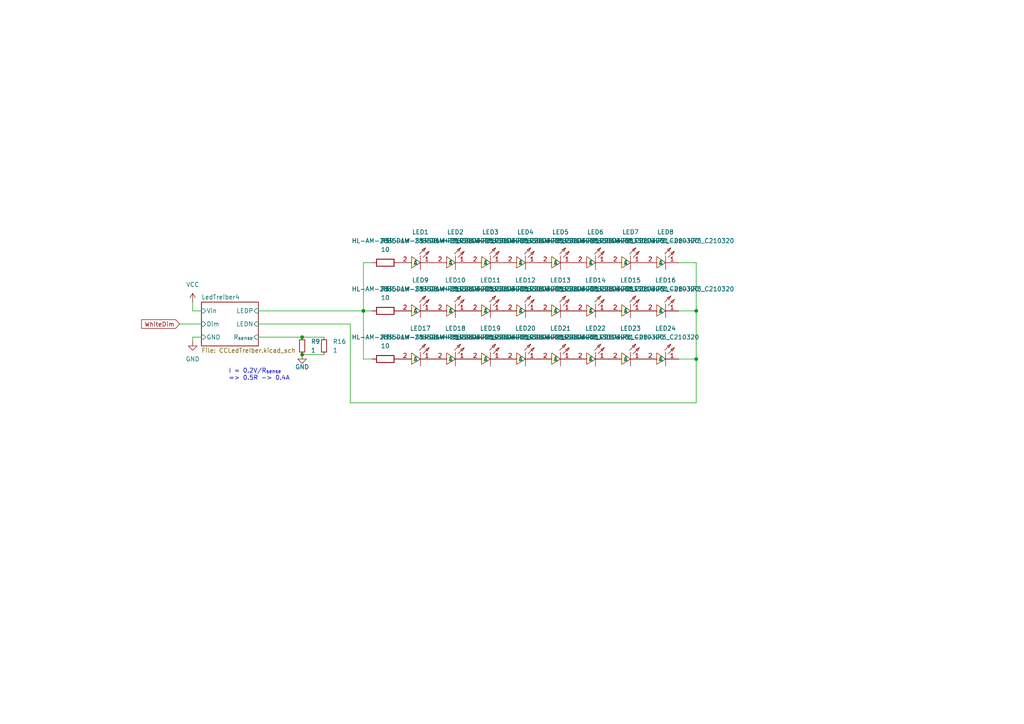
<source format=kicad_sch>
(kicad_sch (version 20231120) (generator "eeschema") (generator_version "8.0")
  (paper "A4")
  (lib_symbols
    (symbol "Device:R" (pin_numbers hide) (pin_names (offset 0))
      (property "Reference" "R" (at 2.032 0 90))
      (property "Value" "R" (at 0 0 90))
      (symbol "R_0_1"
        (rectangle (start -1.016 -2.54) (end 1.016 2.54) (stroke (width 0.254)))
      )
      (symbol "R_1_1"
        (pin passive line (at 0 3.81 270) (length 1.27) (name "~") (number "1"))
        (pin passive line (at 0 -3.81 90) (length 1.27) (name "~") (number "2"))
      )
    )
    (symbol "Device:R_Small" (pin_numbers hide) (pin_names (offset 0.254) hide)
      (property "Reference" "R" (at 0.762 0.508 0))
      (property "Value" "R_Small" (at 0.762 -1.016 0))
      (symbol "R_Small_0_1"
        (rectangle (start -0.762 1.778) (end 0.762 -1.778) (stroke (width 0.2032)))
      )
      (symbol "R_Small_1_1"
        (pin passive line (at 0 2.54 270) (length 0.762) (name "~") (number "1"))
        (pin passive line (at 0 -2.54 90) (length 0.762) (name "~") (number "2"))
      )
    )
    (symbol "LCSC:HL-AM-2835D1W-S1-08-HR3_C210320"
      (property "Reference" "LED" (at 0 5.08 0))
      (property "Value" "HL-AM-2835D1W-S1-08-HR3_C210320" (at 0 -5.08 0))
      (symbol "HL-AM-2835D1W-S1-08-HR3_C210320_0_1"
        (polyline (pts (xy -2.03 -1.52) (xy -3.81 -3.3)))
        (polyline (pts (xy -1.27 -2.03) (xy -1.27 2.03)))
        (polyline (pts (xy -1.02 -2.54) (xy -2.79 -4.32)))
        (polyline (pts (xy -3.81 -3.3) (xy -2.79 -2.79) (xy -3.3 -2.29) (xy -3.81 -3.3)) (fill (type background)))
        (polyline (pts (xy -2.79 -4.32) (xy -1.78 -3.81) (xy -2.29 -3.3) (xy -2.79 -4.32)) (fill (type background)))
        (polyline (pts (xy 1.27 1.52) (xy -1.27 0) (xy 1.27 -1.78) (xy 1.27 1.52)) (fill (type background)))
        (pin unspecified line (at -5.08 0 0) (length 3.81) (name "C") (number "1"))
        (pin unspecified line (at 5.08 0 180) (length 3.81) (name "A") (number "2"))
      )
    )
    (symbol "power:GND" (power) (pin_names (offset 0))
      (property "Value" "GND" (at 0 -3.81 0))
      (symbol "GND_0_1"
        (polyline (pts (xy 0 0) (xy 0 -1.27) (xy 1.27 -1.27) (xy 0 -2.54) (xy -1.27 -1.27) (xy 0 -1.27)))
      )
      (symbol "GND_1_1"
        (pin power_in line (at 0 0 270) (length 0) hide (name "GND") (number "1"))
      )
    )
    (symbol "power:VCC" (power) (pin_numbers hide) (pin_names (offset 0) hide)
      (property "Value" "VCC" (at 0 3.556 0))
      (symbol "VCC_0_1"
        (polyline (pts (xy -0.762 1.27) (xy 0 2.54)))
        (polyline (pts (xy 0 0) (xy 0 2.54)))
        (polyline (pts (xy 0 2.54) (xy 0.762 1.27)))
      )
      (symbol "VCC_1_1"
        (pin power_in line (at 0 0 90) (length 0) (name "~") (number "1"))
      )
    )
  )
  (junction (at 105.41 90.17))
  (junction (at 201.93 104.14))
  (junction (at 201.93 90.17))
  (junction (at 87.63 102.87))
  (junction (at 87.63 97.79))
  (wire (pts (xy 55.88 90.17) (xy 58.42 90.17)))
  (wire (pts (xy 101.6 116.84) (xy 201.93 116.84)))
  (wire (pts (xy 52.07 93.98) (xy 58.42 93.98)))
  (wire (pts (xy 196.85 76.2) (xy 201.93 76.2)))
  (wire (pts (xy 87.63 97.79) (xy 93.98 97.79)))
  (wire (pts (xy 55.88 87.63) (xy 55.88 90.17)))
  (wire (pts (xy 74.93 93.98) (xy 101.6 93.98)))
  (wire (pts (xy 196.85 104.14) (xy 201.93 104.14)))
  (wire (pts (xy 201.93 76.2) (xy 201.93 90.17)))
  (wire (pts (xy 105.41 76.2) (xy 107.95 76.2)))
  (wire (pts (xy 101.6 93.98) (xy 101.6 116.84)))
  (wire (pts (xy 105.41 90.17) (xy 107.95 90.17)))
  (wire (pts (xy 74.93 90.17) (xy 105.41 90.17)))
  (wire (pts (xy 87.63 102.87) (xy 93.98 102.87)))
  (wire (pts (xy 201.93 104.14) (xy 201.93 90.17)))
  (wire (pts (xy 55.88 97.79) (xy 55.88 99.06)))
  (wire (pts (xy 105.41 104.14) (xy 107.95 104.14)))
  (wire (pts (xy 201.93 90.17) (xy 196.85 90.17)))
  (wire (pts (xy 105.41 90.17) (xy 105.41 104.14)))
  (wire (pts (xy 58.42 97.79) (xy 55.88 97.79)))
  (wire (pts (xy 201.93 116.84) (xy 201.93 104.14)))
  (wire (pts (xy 74.93 97.79) (xy 87.63 97.79)))
  (wire (pts (xy 105.41 76.2) (xy 105.41 90.17)))
  (text "I = 0.2V/R_{sense}\n=> 0.5R -> 0.4A" (at 66.294 108.712 0) (effects (font (size 1.27 1.27)) (justify left)))
  (global_label "WhiteDim" (shape input) (at 52.07 93.98 180) (property "Intersheetrefs" "${INTERSHEET_REFS}" (effects (hide yes))))
  (symbol (lib_id "LCSC:HL-AM-2835D1W-S1-08-HR3_C210320") (at 130.81 90.17 180) (unit 1)
    (property "Reference" "LED10" (at 132.08 81.28 0))
    (property "Value" "HL-AM-2835D1W-S1-08-HR3_C210320" (at 132.08 83.82 0))
    (property "Footprint" "LCSC:LED-SMD_L3.3-W2.8-RD" (effects (hide yes)))
    (property "Datasheet" "https://lcsc.com/product-detail/Light-Emitting-Diodes-LED_Hongli-Zhihui-HONGLITRONIC-HL-AM-2835D1W-S1-08-HR3-Color-temperature2800-3100K_C210320.html" (effects (hide yes)))
    (property "LCSC Part" "C210320" (effects (hide yes)))
  )
  (symbol (lib_id "LCSC:HL-AM-2835D1W-S1-08-HR3_C210320") (at 140.97 76.2 180) (unit 1)
    (property "Reference" "LED3" (at 142.24 67.31 0))
    (property "Value" "HL-AM-2835D1W-S1-08-HR3_C210320" (at 142.24 69.85 0))
    (property "Footprint" "LCSC:LED-SMD_L3.3-W2.8-RD" (effects (hide yes)))
    (property "Datasheet" "https://lcsc.com/product-detail/Light-Emitting-Diodes-LED_Hongli-Zhihui-HONGLITRONIC-HL-AM-2835D1W-S1-08-HR3-Color-temperature2800-3100K_C210320.html" (effects (hide yes)))
    (property "LCSC Part" "C210320" (effects (hide yes)))
  )
  (symbol (lib_id "LCSC:HL-AM-2835D1W-S1-08-HR3_C210320") (at 120.65 90.17 180) (unit 1)
    (property "Reference" "LED9" (at 121.92 81.28 0))
    (property "Value" "HL-AM-2835D1W-S1-08-HR3_C210320" (at 121.92 83.82 0))
    (property "Footprint" "LCSC:LED-SMD_L3.3-W2.8-RD" (effects (hide yes)))
    (property "Datasheet" "https://lcsc.com/product-detail/Light-Emitting-Diodes-LED_Hongli-Zhihui-HONGLITRONIC-HL-AM-2835D1W-S1-08-HR3-Color-temperature2800-3100K_C210320.html" (effects (hide yes)))
    (property "LCSC Part" "C210320" (effects (hide yes)))
  )
  (symbol (lib_id "LCSC:HL-AM-2835D1W-S1-08-HR3_C210320") (at 120.65 76.2 180) (unit 1)
    (property "Reference" "LED1" (at 121.92 67.31 0))
    (property "Value" "HL-AM-2835D1W-S1-08-HR3_C210320" (at 121.92 69.85 0))
    (property "Footprint" "LCSC:LED-SMD_L3.3-W2.8-RD" (effects (hide yes)))
    (property "Datasheet" "https://lcsc.com/product-detail/Light-Emitting-Diodes-LED_Hongli-Zhihui-HONGLITRONIC-HL-AM-2835D1W-S1-08-HR3-Color-temperature2800-3100K_C210320.html" (effects (hide yes)))
    (property "LCSC Part" "C210320" (effects (hide yes)))
  )
  (symbol (lib_id "LCSC:HL-AM-2835D1W-S1-08-HR3_C210320") (at 181.61 104.14 180) (unit 1)
    (property "Reference" "LED23" (at 182.88 95.25 0))
    (property "Value" "HL-AM-2835D1W-S1-08-HR3_C210320" (at 182.88 97.79 0))
    (property "Footprint" "LCSC:LED-SMD_L3.3-W2.8-RD" (effects (hide yes)))
    (property "Datasheet" "https://lcsc.com/product-detail/Light-Emitting-Diodes-LED_Hongli-Zhihui-HONGLITRONIC-HL-AM-2835D1W-S1-08-HR3-Color-temperature2800-3100K_C210320.html" (effects (hide yes)))
    (property "LCSC Part" "C210320" (effects (hide yes)))
  )
  (symbol (lib_id "LCSC:HL-AM-2835D1W-S1-08-HR3_C210320") (at 130.81 76.2 180) (unit 1)
    (property "Reference" "LED2" (at 132.08 67.31 0))
    (property "Value" "HL-AM-2835D1W-S1-08-HR3_C210320" (at 132.08 69.85 0))
    (property "Footprint" "LCSC:LED-SMD_L3.3-W2.8-RD" (effects (hide yes)))
    (property "Datasheet" "https://lcsc.com/product-detail/Light-Emitting-Diodes-LED_Hongli-Zhihui-HONGLITRONIC-HL-AM-2835D1W-S1-08-HR3-Color-temperature2800-3100K_C210320.html" (effects (hide yes)))
    (property "LCSC Part" "C210320" (effects (hide yes)))
  )
  (symbol (lib_id "LCSC:HL-AM-2835D1W-S1-08-HR3_C210320") (at 181.61 90.17 180) (unit 1)
    (property "Reference" "LED15" (at 182.88 81.28 0))
    (property "Value" "HL-AM-2835D1W-S1-08-HR3_C210320" (at 182.88 83.82 0))
    (property "Footprint" "LCSC:LED-SMD_L3.3-W2.8-RD" (effects (hide yes)))
    (property "Datasheet" "https://lcsc.com/product-detail/Light-Emitting-Diodes-LED_Hongli-Zhihui-HONGLITRONIC-HL-AM-2835D1W-S1-08-HR3-Color-temperature2800-3100K_C210320.html" (effects (hide yes)))
    (property "LCSC Part" "C210320" (effects (hide yes)))
  )
  (symbol (lib_id "Device:R") (at 111.76 90.17 90) (unit 1)
    (property "Reference" "R6" (at 111.76 83.82 90))
    (property "Value" "10" (at 111.76 86.36 90))
    (property "Footprint" "Resistor_SMD:R_0805_2012Metric" (effects (hide yes)))
    (property "Description" "Resistor" (effects (hide yes)))
  )
  (symbol (lib_id "LCSC:HL-AM-2835D1W-S1-08-HR3_C210320") (at 161.29 90.17 180) (unit 1)
    (property "Reference" "LED13" (at 162.56 81.28 0))
    (property "Value" "HL-AM-2835D1W-S1-08-HR3_C210320" (at 162.56 83.82 0))
    (property "Footprint" "LCSC:LED-SMD_L3.3-W2.8-RD" (effects (hide yes)))
    (property "Datasheet" "https://lcsc.com/product-detail/Light-Emitting-Diodes-LED_Hongli-Zhihui-HONGLITRONIC-HL-AM-2835D1W-S1-08-HR3-Color-temperature2800-3100K_C210320.html" (effects (hide yes)))
    (property "LCSC Part" "C210320" (effects (hide yes)))
  )
  (symbol (lib_id "LCSC:HL-AM-2835D1W-S1-08-HR3_C210320") (at 161.29 104.14 180) (unit 1)
    (property "Reference" "LED21" (at 162.56 95.25 0))
    (property "Value" "HL-AM-2835D1W-S1-08-HR3_C210320" (at 162.56 97.79 0))
    (property "Footprint" "LCSC:LED-SMD_L3.3-W2.8-RD" (effects (hide yes)))
    (property "Datasheet" "https://lcsc.com/product-detail/Light-Emitting-Diodes-LED_Hongli-Zhihui-HONGLITRONIC-HL-AM-2835D1W-S1-08-HR3-Color-temperature2800-3100K_C210320.html" (effects (hide yes)))
    (property "LCSC Part" "C210320" (effects (hide yes)))
  )
  (symbol (lib_id "LCSC:HL-AM-2835D1W-S1-08-HR3_C210320") (at 161.29 76.2 180) (unit 1)
    (property "Reference" "LED5" (at 162.56 67.31 0))
    (property "Value" "HL-AM-2835D1W-S1-08-HR3_C210320" (at 162.56 69.85 0))
    (property "Footprint" "LCSC:LED-SMD_L3.3-W2.8-RD" (effects (hide yes)))
    (property "Datasheet" "https://lcsc.com/product-detail/Light-Emitting-Diodes-LED_Hongli-Zhihui-HONGLITRONIC-HL-AM-2835D1W-S1-08-HR3-Color-temperature2800-3100K_C210320.html" (effects (hide yes)))
    (property "LCSC Part" "C210320" (effects (hide yes)))
  )
  (symbol (lib_id "LCSC:HL-AM-2835D1W-S1-08-HR3_C210320") (at 171.45 104.14 180) (unit 1)
    (property "Reference" "LED22" (at 172.72 95.25 0))
    (property "Value" "HL-AM-2835D1W-S1-08-HR3_C210320" (at 172.72 97.79 0))
    (property "Footprint" "LCSC:LED-SMD_L3.3-W2.8-RD" (effects (hide yes)))
    (property "Datasheet" "https://lcsc.com/product-detail/Light-Emitting-Diodes-LED_Hongli-Zhihui-HONGLITRONIC-HL-AM-2835D1W-S1-08-HR3-Color-temperature2800-3100K_C210320.html" (effects (hide yes)))
    (property "LCSC Part" "C210320" (effects (hide yes)))
  )
  (symbol (lib_id "power:VCC") (at 55.88 87.63 0) (unit 1)
    (property "Reference" "#PWR021" (effects (hide yes)))
    (property "Value" "VCC" (at 55.88 82.55 0))
    (property "Description" "Power symbol creates a global label with name \"VCC\"" (effects (hide yes)))
  )
  (symbol (lib_id "LCSC:HL-AM-2835D1W-S1-08-HR3_C210320") (at 140.97 90.17 180) (unit 1)
    (property "Reference" "LED11" (at 142.24 81.28 0))
    (property "Value" "HL-AM-2835D1W-S1-08-HR3_C210320" (at 142.24 83.82 0))
    (property "Footprint" "LCSC:LED-SMD_L3.3-W2.8-RD" (effects (hide yes)))
    (property "Datasheet" "https://lcsc.com/product-detail/Light-Emitting-Diodes-LED_Hongli-Zhihui-HONGLITRONIC-HL-AM-2835D1W-S1-08-HR3-Color-temperature2800-3100K_C210320.html" (effects (hide yes)))
    (property "LCSC Part" "C210320" (effects (hide yes)))
  )
  (symbol (lib_id "LCSC:HL-AM-2835D1W-S1-08-HR3_C210320") (at 151.13 104.14 180) (unit 1)
    (property "Reference" "LED20" (at 152.4 95.25 0))
    (property "Value" "HL-AM-2835D1W-S1-08-HR3_C210320" (at 152.4 97.79 0))
    (property "Footprint" "LCSC:LED-SMD_L3.3-W2.8-RD" (effects (hide yes)))
    (property "Datasheet" "https://lcsc.com/product-detail/Light-Emitting-Diodes-LED_Hongli-Zhihui-HONGLITRONIC-HL-AM-2835D1W-S1-08-HR3-Color-temperature2800-3100K_C210320.html" (effects (hide yes)))
    (property "LCSC Part" "C210320" (effects (hide yes)))
  )
  (symbol (lib_id "LCSC:HL-AM-2835D1W-S1-08-HR3_C210320") (at 171.45 76.2 180) (unit 1)
    (property "Reference" "LED6" (at 172.72 67.31 0))
    (property "Value" "HL-AM-2835D1W-S1-08-HR3_C210320" (at 172.72 69.85 0))
    (property "Footprint" "LCSC:LED-SMD_L3.3-W2.8-RD" (effects (hide yes)))
    (property "Datasheet" "https://lcsc.com/product-detail/Light-Emitting-Diodes-LED_Hongli-Zhihui-HONGLITRONIC-HL-AM-2835D1W-S1-08-HR3-Color-temperature2800-3100K_C210320.html" (effects (hide yes)))
    (property "LCSC Part" "C210320" (effects (hide yes)))
  )
  (symbol (lib_id "Device:R_Small") (at 87.63 100.33 0) (unit 1)
    (property "Reference" "R9" (at 90.17 99.0599 0) (effects (justify left)))
    (property "Value" "1" (at 90.17 101.5999 0) (effects (justify left)))
    (property "Footprint" "Resistor_SMD:R_0805_2012Metric" (effects (hide yes)))
    (property "Description" "Resistor, small symbol" (effects (hide yes)))
  )
  (symbol (lib_id "power:GND") (at 87.63 102.87 0) (unit 1)
    (property "Reference" "#PWR025" (effects (hide yes)))
    (property "Value" "GND" (at 87.63 106.426 0))
  )
  (symbol (lib_id "Device:R_Small") (at 93.98 100.33 0) (unit 1)
    (property "Reference" "R16" (at 96.52 99.0599 0) (effects (justify left)))
    (property "Value" "1" (at 96.52 101.5999 0) (effects (justify left)))
    (property "Footprint" "Resistor_SMD:R_0805_2012Metric" (effects (hide yes)))
    (property "Description" "Resistor, small symbol" (effects (hide yes)))
  )
  (symbol (lib_id "Device:R") (at 111.76 104.14 90) (unit 1)
    (property "Reference" "R7" (at 111.76 97.79 90))
    (property "Value" "10" (at 111.76 100.33 90))
    (property "Footprint" "Resistor_SMD:R_0805_2012Metric" (effects (hide yes)))
    (property "Description" "Resistor" (effects (hide yes)))
  )
  (symbol (lib_id "LCSC:HL-AM-2835D1W-S1-08-HR3_C210320") (at 181.61 76.2 180) (unit 1)
    (property "Reference" "LED7" (at 182.88 67.31 0))
    (property "Value" "HL-AM-2835D1W-S1-08-HR3_C210320" (at 182.88 69.85 0))
    (property "Footprint" "LCSC:LED-SMD_L3.3-W2.8-RD" (effects (hide yes)))
    (property "Datasheet" "https://lcsc.com/product-detail/Light-Emitting-Diodes-LED_Hongli-Zhihui-HONGLITRONIC-HL-AM-2835D1W-S1-08-HR3-Color-temperature2800-3100K_C210320.html" (effects (hide yes)))
    (property "LCSC Part" "C210320" (effects (hide yes)))
  )
  (symbol (lib_id "LCSC:HL-AM-2835D1W-S1-08-HR3_C210320") (at 191.77 76.2 180) (unit 1)
    (property "Reference" "LED8" (at 193.04 67.31 0))
    (property "Value" "HL-AM-2835D1W-S1-08-HR3_C210320" (at 193.04 69.85 0))
    (property "Footprint" "LCSC:LED-SMD_L3.3-W2.8-RD" (effects (hide yes)))
    (property "Datasheet" "https://lcsc.com/product-detail/Light-Emitting-Diodes-LED_Hongli-Zhihui-HONGLITRONIC-HL-AM-2835D1W-S1-08-HR3-Color-temperature2800-3100K_C210320.html" (effects (hide yes)))
    (property "LCSC Part" "C210320" (effects (hide yes)))
  )
  (symbol (lib_id "power:GND") (at 55.88 99.06 0) (unit 1)
    (property "Reference" "#PWR02" (effects (hide yes)))
    (property "Value" "GND" (at 55.88 104.14 0))
  )
  (symbol (lib_id "LCSC:HL-AM-2835D1W-S1-08-HR3_C210320") (at 140.97 104.14 180) (unit 1)
    (property "Reference" "LED19" (at 142.24 95.25 0))
    (property "Value" "HL-AM-2835D1W-S1-08-HR3_C210320" (at 142.24 97.79 0))
    (property "Footprint" "LCSC:LED-SMD_L3.3-W2.8-RD" (effects (hide yes)))
    (property "Datasheet" "https://lcsc.com/product-detail/Light-Emitting-Diodes-LED_Hongli-Zhihui-HONGLITRONIC-HL-AM-2835D1W-S1-08-HR3-Color-temperature2800-3100K_C210320.html" (effects (hide yes)))
    (property "LCSC Part" "C210320" (effects (hide yes)))
  )
  (symbol (lib_id "LCSC:HL-AM-2835D1W-S1-08-HR3_C210320") (at 120.65 104.14 180) (unit 1)
    (property "Reference" "LED17" (at 121.92 95.25 0))
    (property "Value" "HL-AM-2835D1W-S1-08-HR3_C210320" (at 121.92 97.79 0))
    (property "Footprint" "LCSC:LED-SMD_L3.3-W2.8-RD" (effects (hide yes)))
    (property "Datasheet" "https://lcsc.com/product-detail/Light-Emitting-Diodes-LED_Hongli-Zhihui-HONGLITRONIC-HL-AM-2835D1W-S1-08-HR3-Color-temperature2800-3100K_C210320.html" (effects (hide yes)))
    (property "LCSC Part" "C210320" (effects (hide yes)))
  )
  (symbol (lib_id "LCSC:HL-AM-2835D1W-S1-08-HR3_C210320") (at 151.13 76.2 180) (unit 1)
    (property "Reference" "LED4" (at 152.4 67.31 0))
    (property "Value" "HL-AM-2835D1W-S1-08-HR3_C210320" (at 152.4 69.85 0))
    (property "Footprint" "LCSC:LED-SMD_L3.3-W2.8-RD" (effects (hide yes)))
    (property "Datasheet" "https://lcsc.com/product-detail/Light-Emitting-Diodes-LED_Hongli-Zhihui-HONGLITRONIC-HL-AM-2835D1W-S1-08-HR3-Color-temperature2800-3100K_C210320.html" (effects (hide yes)))
    (property "LCSC Part" "C210320" (effects (hide yes)))
  )
  (symbol (lib_id "LCSC:HL-AM-2835D1W-S1-08-HR3_C210320") (at 191.77 104.14 180) (unit 1)
    (property "Reference" "LED24" (at 193.04 95.25 0))
    (property "Value" "HL-AM-2835D1W-S1-08-HR3_C210320" (effects (hide yes)))
    (property "Footprint" "LCSC:LED-SMD_L3.3-W2.8-RD" (effects (hide yes)))
    (property "Datasheet" "https://lcsc.com/product-detail/Light-Emitting-Diodes-LED_Hongli-Zhihui-HONGLITRONIC-HL-AM-2835D1W-S1-08-HR3-Color-temperature2800-3100K_C210320.html" (effects (hide yes)))
    (property "LCSC Part" "C210320" (effects (hide yes)))
  )
  (symbol (lib_id "LCSC:HL-AM-2835D1W-S1-08-HR3_C210320") (at 171.45 90.17 180) (unit 1)
    (property "Reference" "LED14" (at 172.72 81.28 0))
    (property "Value" "HL-AM-2835D1W-S1-08-HR3_C210320" (at 172.72 83.82 0))
    (property "Footprint" "LCSC:LED-SMD_L3.3-W2.8-RD" (effects (hide yes)))
    (property "Datasheet" "https://lcsc.com/product-detail/Light-Emitting-Diodes-LED_Hongli-Zhihui-HONGLITRONIC-HL-AM-2835D1W-S1-08-HR3-Color-temperature2800-3100K_C210320.html" (effects (hide yes)))
    (property "LCSC Part" "C210320" (effects (hide yes)))
  )
  (symbol (lib_id "Device:R") (at 111.76 76.2 90) (unit 1)
    (property "Reference" "R5" (at 111.76 69.85 90))
    (property "Value" "10" (at 111.76 72.39 90))
    (property "Footprint" "Resistor_SMD:R_0805_2012Metric" (effects (hide yes)))
    (property "Description" "Resistor" (effects (hide yes)))
  )
  (symbol (lib_id "LCSC:HL-AM-2835D1W-S1-08-HR3_C210320") (at 130.81 104.14 180) (unit 1)
    (property "Reference" "LED18" (at 132.08 95.25 0))
    (property "Value" "HL-AM-2835D1W-S1-08-HR3_C210320" (at 132.08 97.79 0))
    (property "Footprint" "LCSC:LED-SMD_L3.3-W2.8-RD" (effects (hide yes)))
    (property "Datasheet" "https://lcsc.com/product-detail/Light-Emitting-Diodes-LED_Hongli-Zhihui-HONGLITRONIC-HL-AM-2835D1W-S1-08-HR3-Color-temperature2800-3100K_C210320.html" (effects (hide yes)))
    (property "LCSC Part" "C210320" (effects (hide yes)))
  )
  (symbol (lib_id "LCSC:HL-AM-2835D1W-S1-08-HR3_C210320") (at 151.13 90.17 180) (unit 1)
    (property "Reference" "LED12" (at 152.4 81.28 0))
    (property "Value" "HL-AM-2835D1W-S1-08-HR3_C210320" (at 152.4 83.82 0))
    (property "Footprint" "LCSC:LED-SMD_L3.3-W2.8-RD" (effects (hide yes)))
    (property "Datasheet" "https://lcsc.com/product-detail/Light-Emitting-Diodes-LED_Hongli-Zhihui-HONGLITRONIC-HL-AM-2835D1W-S1-08-HR3-Color-temperature2800-3100K_C210320.html" (effects (hide yes)))
    (property "LCSC Part" "C210320" (effects (hide yes)))
  )
  (symbol (lib_id "LCSC:HL-AM-2835D1W-S1-08-HR3_C210320") (at 191.77 90.17 180) (unit 1)
    (property "Reference" "LED16" (at 193.04 81.28 0))
    (property "Value" "HL-AM-2835D1W-S1-08-HR3_C210320" (at 193.04 83.82 0))
    (property "Footprint" "LCSC:LED-SMD_L3.3-W2.8-RD" (effects (hide yes)))
    (property "Datasheet" "https://lcsc.com/product-detail/Light-Emitting-Diodes-LED_Hongli-Zhihui-HONGLITRONIC-HL-AM-2835D1W-S1-08-HR3-Color-temperature2800-3100K_C210320.html" (effects (hide yes)))
    (property "LCSC Part" "C210320" (effects (hide yes)))
  )
  (sheet (at 58.42 87.63) (size 16.51 12.7) (stroke (width 0.1524))
    (property "Sheetname" "LedTreiber4" (at 58.42 86.9184 0) (effects (justify left bottom)))
    (property "Sheetfile" "CCLedTreiber.kicad_sch" (at 58.42 100.9146 0) (effects (justify left top)))
    (pin "Vin" input (at 58.42 90.17 180))
    (pin "LEDP" input (at 74.93 90.17 0))
    (pin "Dim" input (at 58.42 93.98 180))
    (pin "LEDN" input (at 74.93 93.98 0))
    (pin "GND" input (at 58.42 97.79 180))
    (pin "R_{sense}" input (at 74.93 97.79 0))
  )
)
</source>
